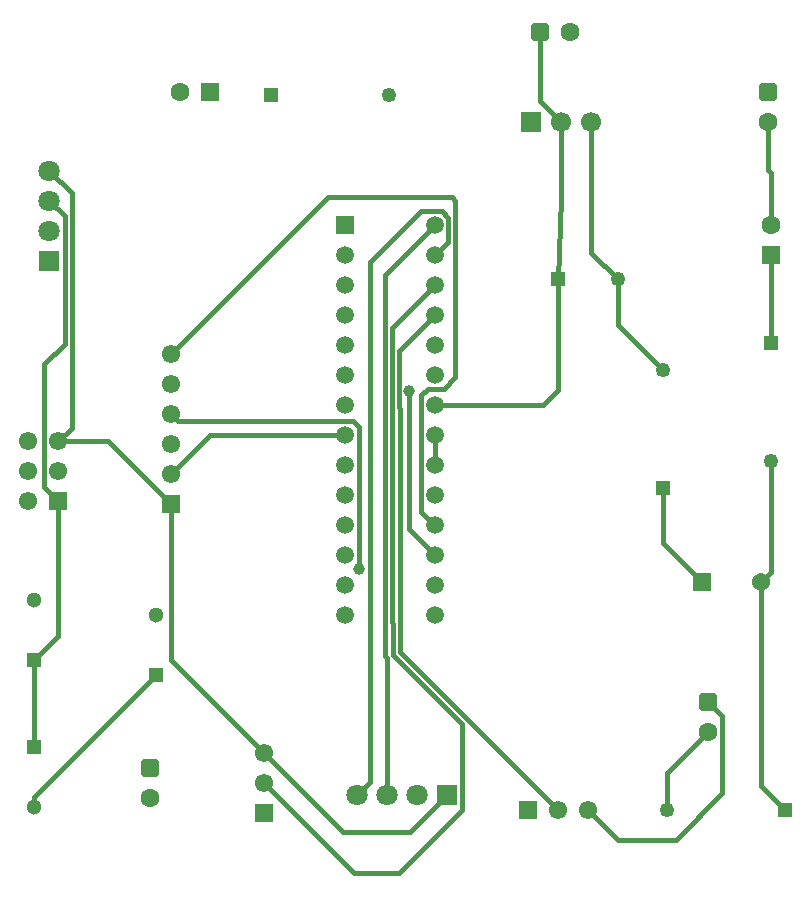
<source format=gtl>
G04*
G04 #@! TF.GenerationSoftware,Altium Limited,Altium Designer,23.8.1 (32)*
G04*
G04 Layer_Physical_Order=1*
G04 Layer_Color=255*
%FSLAX25Y25*%
%MOIN*%
G70*
G04*
G04 #@! TF.SameCoordinates,520AAA89-0166-4477-BFE6-35E59259A02F*
G04*
G04*
G04 #@! TF.FilePolarity,Positive*
G04*
G01*
G75*
%ADD19C,0.04921*%
%ADD20R,0.04921X0.04921*%
%ADD21R,0.04921X0.04921*%
%ADD22C,0.06299*%
%ADD23R,0.06299X0.06299*%
%ADD24R,0.06299X0.06299*%
%ADD29C,0.06065*%
%ADD30R,0.06065X0.06065*%
%ADD31C,0.06102*%
%ADD32R,0.06102X0.06102*%
%ADD35R,0.06102X0.06102*%
%ADD41C,0.01500*%
%ADD42C,0.05906*%
G04:AMPARAMS|DCode=43|XSize=62.99mil|YSize=62.99mil|CornerRadius=15.75mil|HoleSize=0mil|Usage=FLASHONLY|Rotation=270.000|XOffset=0mil|YOffset=0mil|HoleType=Round|Shape=RoundedRectangle|*
%AMROUNDEDRECTD43*
21,1,0.06299,0.03150,0,0,270.0*
21,1,0.03150,0.06299,0,0,270.0*
1,1,0.03150,-0.01575,-0.01575*
1,1,0.03150,-0.01575,0.01575*
1,1,0.03150,0.01575,0.01575*
1,1,0.03150,0.01575,-0.01575*
%
%ADD43ROUNDEDRECTD43*%
G04:AMPARAMS|DCode=44|XSize=62.99mil|YSize=62.99mil|CornerRadius=15.75mil|HoleSize=0mil|Usage=FLASHONLY|Rotation=0.000|XOffset=0mil|YOffset=0mil|HoleType=Round|Shape=RoundedRectangle|*
%AMROUNDEDRECTD44*
21,1,0.06299,0.03150,0,0,0.0*
21,1,0.03150,0.06299,0,0,0.0*
1,1,0.03150,0.01575,-0.01575*
1,1,0.03150,-0.01575,-0.01575*
1,1,0.03150,-0.01575,0.01575*
1,1,0.03150,0.01575,0.01575*
%
%ADD44ROUNDEDRECTD44*%
%ADD45C,0.07087*%
%ADD46R,0.07087X0.07087*%
%ADD47C,0.06693*%
%ADD48R,0.06693X0.06693*%
%ADD49R,0.05906X0.05906*%
%ADD50R,0.05118X0.05118*%
%ADD51C,0.05118*%
%ADD52R,0.07087X0.07087*%
%ADD53C,0.03937*%
D19*
X133185Y263000D02*
D03*
X260500Y140815D02*
D03*
X224500Y171185D02*
D03*
X225815Y24500D02*
D03*
X209343Y201500D02*
D03*
D20*
X93815Y263000D02*
D03*
X265185Y24500D02*
D03*
X189657Y201500D02*
D03*
D21*
X260500Y180185D02*
D03*
X224500Y131815D02*
D03*
D22*
X239500Y50500D02*
D03*
X259500Y254000D02*
D03*
X193500Y284000D02*
D03*
X63500Y264000D02*
D03*
X260500Y219500D02*
D03*
X53500Y28500D02*
D03*
D23*
X73500Y264000D02*
D03*
D24*
X260500Y209500D02*
D03*
D29*
X257200Y100500D02*
D03*
D30*
X237500D02*
D03*
D31*
X91500Y43500D02*
D03*
Y33500D02*
D03*
X13000Y147500D02*
D03*
Y137500D02*
D03*
Y127500D02*
D03*
X23000Y147500D02*
D03*
Y137500D02*
D03*
X199500Y24500D02*
D03*
X189500D02*
D03*
X60500Y146500D02*
D03*
Y156500D02*
D03*
Y166500D02*
D03*
Y176500D02*
D03*
Y136500D02*
D03*
D32*
X91500Y23500D02*
D03*
X23000Y127500D02*
D03*
X60500Y126500D02*
D03*
D35*
X179500Y24500D02*
D03*
D41*
X60500Y74500D02*
Y126500D01*
Y74500D02*
X91500Y43500D01*
X39500Y147500D02*
X60500Y126500D01*
X23000Y147500D02*
X39500D01*
X91500Y43500D02*
X117680Y17320D01*
X140320D01*
X152500Y29500D01*
X23000Y147500D02*
X27400Y151900D01*
Y230100D01*
X20000Y237500D02*
X27400Y230100D01*
X148500Y139500D02*
Y149500D01*
X199500Y24500D02*
X209400Y14600D01*
X228700D01*
X244200Y30100D01*
Y55800D01*
X239500Y60500D02*
X244200Y55800D01*
X209343Y186342D02*
X224500Y171185D01*
X209343Y186342D02*
Y201500D01*
X200500Y210343D02*
X209343Y201500D01*
X200500Y210343D02*
Y254000D01*
X15000Y45500D02*
Y74500D01*
X23000Y82500D01*
Y127500D01*
X18300Y132200D02*
X23000Y127500D01*
X18300Y132200D02*
Y173100D01*
X25100Y179900D01*
Y222400D01*
X20000Y227500D02*
X25100Y222400D01*
X60500Y136500D02*
X73500Y149500D01*
X118500D01*
X257200Y32485D02*
X265185Y24500D01*
X257200Y32485D02*
Y100500D01*
X148500Y159500D02*
X184500D01*
X189657Y164657D01*
Y201500D01*
X257200Y100500D02*
X260500Y103800D01*
Y140815D01*
X189657Y201500D02*
X190500Y228643D01*
Y254000D01*
X183500Y261000D02*
X190500Y254000D01*
X183500Y261000D02*
Y284000D01*
X224500Y113500D02*
Y131815D01*
Y113500D02*
X237500Y100500D01*
X15000Y25500D02*
Y29000D01*
X55500Y69500D01*
X225815Y36815D02*
X239500Y50500D01*
X225815Y24500D02*
Y36815D01*
X60500Y156500D02*
X62900Y154100D01*
X121200D01*
X123100Y152200D01*
Y104900D02*
Y152200D01*
X139900Y118100D02*
Y164100D01*
Y118100D02*
X148500Y109500D01*
X60500Y176500D02*
X112800Y228800D01*
X154006D01*
X155303Y227503D01*
Y168803D02*
Y227503D01*
X151400Y164900D02*
X155303Y168803D01*
X146100Y164900D02*
X151400D01*
X143997Y162797D02*
X146100Y164900D01*
X143997Y124003D02*
Y162797D01*
Y124003D02*
X148500Y119500D01*
X136381Y177381D02*
X148500Y189500D01*
X136381Y158818D02*
Y177381D01*
Y158818D02*
X136921Y158279D01*
Y77079D02*
Y158279D01*
Y77079D02*
X189500Y24500D01*
X91500Y33500D02*
X121600Y3400D01*
X136600D01*
X157600Y24400D01*
Y53121D01*
X134621Y76100D02*
X157600Y53121D01*
X134621Y76100D02*
Y86661D01*
X134081Y87200D02*
X134621Y86661D01*
X134081Y87200D02*
Y185081D01*
X148500Y199500D01*
X122500Y29500D02*
X126700Y33700D01*
Y207100D01*
X143700Y224100D01*
X150900D01*
X153003Y221997D01*
Y214003D02*
Y221997D01*
X148500Y209500D02*
X153003Y214003D01*
X131781Y202781D02*
X148500Y219500D01*
X131781Y75919D02*
Y202781D01*
Y75919D02*
X132500Y75200D01*
Y29500D02*
Y75200D01*
X260500Y180185D02*
Y209500D01*
X259500Y237800D02*
Y254000D01*
Y237800D02*
X260500Y236800D01*
Y219500D02*
Y236800D01*
D42*
X148500Y89500D02*
D03*
X118500D02*
D03*
X148500Y99500D02*
D03*
Y109500D02*
D03*
Y119500D02*
D03*
Y129500D02*
D03*
Y139500D02*
D03*
Y149500D02*
D03*
Y159500D02*
D03*
Y169500D02*
D03*
Y179500D02*
D03*
Y189500D02*
D03*
Y199500D02*
D03*
Y209500D02*
D03*
Y219500D02*
D03*
X118500Y99500D02*
D03*
Y109500D02*
D03*
Y119500D02*
D03*
Y129500D02*
D03*
Y139500D02*
D03*
Y149500D02*
D03*
Y159500D02*
D03*
Y169500D02*
D03*
Y179500D02*
D03*
Y189500D02*
D03*
Y199500D02*
D03*
Y209500D02*
D03*
D43*
X239500Y60500D02*
D03*
X259500Y264000D02*
D03*
X53500Y38500D02*
D03*
D44*
X183500Y284000D02*
D03*
D45*
X122500Y29500D02*
D03*
X132500D02*
D03*
X142500D02*
D03*
X20000Y237500D02*
D03*
Y227500D02*
D03*
Y217500D02*
D03*
D46*
X152500Y29500D02*
D03*
D47*
X200500Y254000D02*
D03*
X190500D02*
D03*
D48*
X180500D02*
D03*
D49*
X118500Y219500D02*
D03*
D50*
X15000Y74500D02*
D03*
Y45500D02*
D03*
X55500Y69500D02*
D03*
D51*
X15000Y94500D02*
D03*
Y25500D02*
D03*
X55500Y89500D02*
D03*
D52*
X20000Y207500D02*
D03*
D53*
X123100Y104900D02*
D03*
X139900Y164100D02*
D03*
M02*

</source>
